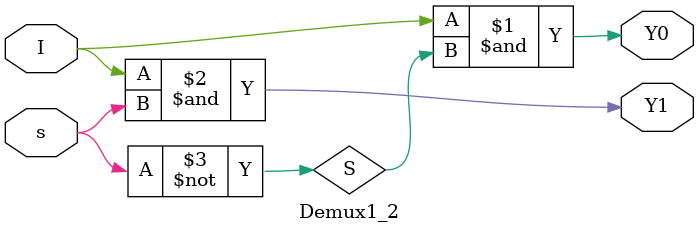
<source format=v>
module Demux1_2 (I,s,Y0,Y1);
input I, s;
output Y0, Y1;
wire S;

not(S, s);
and(Y0, I, S);
and(Y1, I,s);


//assign Y0 = I&(~s);
//assign Y1 = I&(s);

endmodule

</source>
